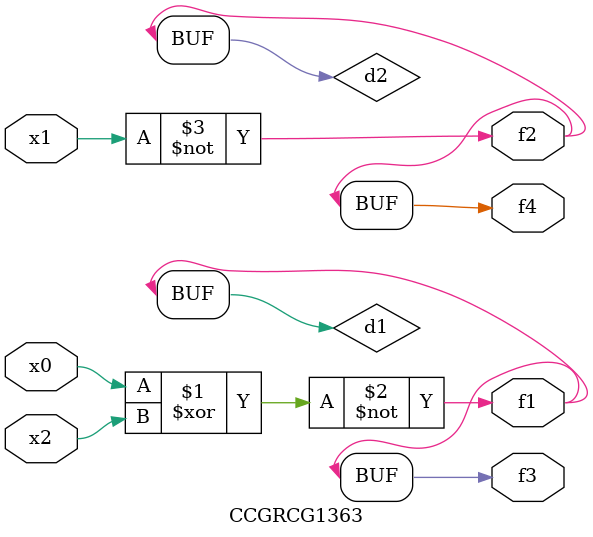
<source format=v>
module CCGRCG1363(
	input x0, x1, x2,
	output f1, f2, f3, f4
);

	wire d1, d2, d3;

	xnor (d1, x0, x2);
	nand (d2, x1);
	nor (d3, x1, x2);
	assign f1 = d1;
	assign f2 = d2;
	assign f3 = d1;
	assign f4 = d2;
endmodule

</source>
